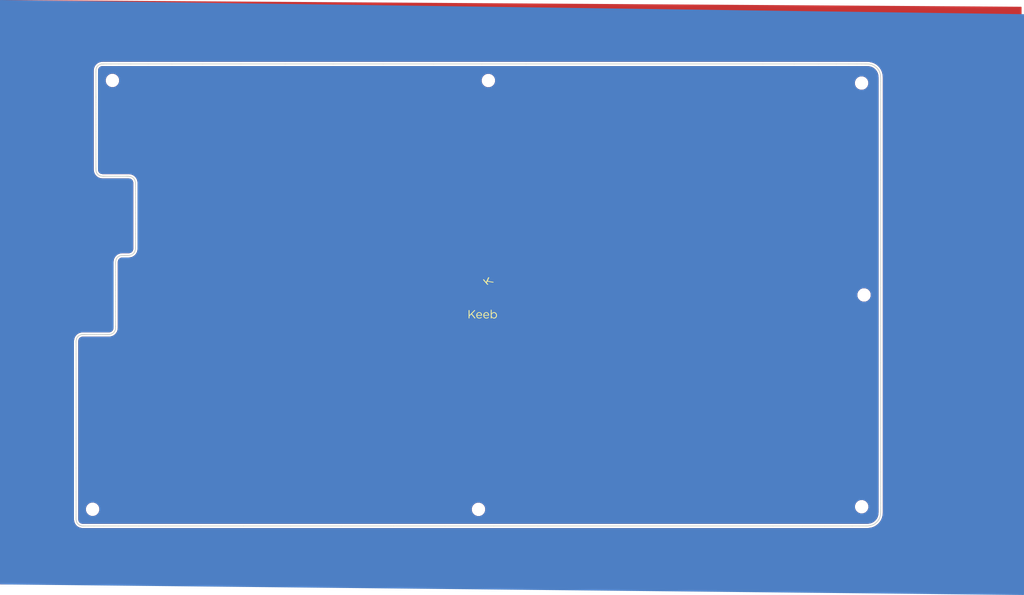
<source format=kicad_pcb>
(kicad_pcb (version 20171130) (host pcbnew "(6.0.0-rc1-dev-1292-gca2390e4f)")
  (layers (0 F.Cu signal) (31 B.Cu signal) (34 B.Paste user) (35 F.Paste user) (36 B.SilkS user) (37 F.SilkS user) (38 B.Mask user) (39 F.Mask user) (44 Edge.Cuts user))
  (net 0 "")
  (module Mounting_Holes:MountingHole_2.2mm_M2 (layer B.Cu) (at 213.006026 21.970229 180)
    (fp_text reference REF** hide)
    (fp_text value MountingHole_2.2mm_M2 hide)
    (pad 1 np_thru_hole circle (at 0 0 180) (size 2.2 2.2) (drill 2.2) (layers *.Cu *.Mask))
  )
  (module Mounting_Holes:MountingHole_2.2mm_M2 (layer B.Cu) (at 213.596026 72.990229 180)
    (fp_text reference REF** hide)
    (fp_text value MountingHole_2.2mm_M2 hide)
    (pad 1 np_thru_hole circle (at 0 0 180) (size 2.2 2.2) (drill 2.2) (layers *.Cu *.Mask))
  )
  (module Mounting_Holes:MountingHole_2.2mm_M2 (layer B.Cu) (at 213.026026 123.980229 180)
    (fp_text reference REF** hide)
    (fp_text value MountingHole_2.2mm_M2 hide)
    (pad 1 np_thru_hole circle (at 0 0 180) (size 2.2 2.2) (drill 2.2) (layers *.Cu *.Mask))
  )
  (module Mounting_Holes:MountingHole_2.2mm_M2 (layer B.Cu) (at 120.763526 124.610229 180)
    (fp_text reference REF** hide)
    (fp_text value MountingHole_2.2mm_M2 hide)
    (pad 1 np_thru_hole circle (at 0 0 180) (size 2.2 2.2) (drill 2.2) (layers *.Cu *.Mask))
  )
  (module Mounting_Holes:MountingHole_2.2mm_M2 (layer B.Cu) (at 27.851026 124.590229 180)
    (fp_text reference REF** hide)
    (fp_text value MountingHole_2.2mm_M2 hide)
    (pad 1 np_thru_hole circle (at 0 0 180) (size 2.2 2.2) (drill 2.2) (layers *.Cu *.Mask))
  )
  (module Mounting_Holes:MountingHole_2.2mm_M2 (layer B.Cu) (at 32.621026 21.340229 180)
    (fp_text reference REF** hide)
    (fp_text value MountingHole_2.2mm_M2 hide)
    (pad 1 np_thru_hole circle (at 0 0 180) (size 2.2 2.2) (drill 2.2) (layers *.Cu *.Mask))
  )
  (module Mounting_Holes:MountingHole_2.2mm_M2 (layer B.Cu) (at 123.143526 21.360229 180)
    (fp_text reference REF** hide)
    (fp_text value MountingHole_2.2mm_M2 hide)
    (pad 1 np_thru_hole circle (at 0 0 180) (size 2.2 2.2) (drill 2.2) (layers *.Cu *.Mask))
  )
  (module Keebio-Art:Keebio-TwoTone (layer F.Cu) (at 123.143526 72.990229)
    (fp_text reference G*** hide)
    (fp_text value LOGO hide)
  )
  (gr_line (start 35.416768 63.460229) (end 35.4448 63.460229) (layer Edge.Cuts) (width 0.2))
  (gr_line (start 28.74446 18.384702) (end 28.794534 18.264415) (layer Edge.Cuts) (width 0.2))
  (gr_line (start 28.794534 18.264415) (end 28.85695 18.147292) (layer Edge.Cuts) (width 0.2))
  (gr_line (start 28.85695 18.147292) (end 28.930748 18.034594) (layer Edge.Cuts) (width 0.2))
  (gr_line (start 28.930748 18.034594) (end 29.014754 17.927496) (layer Edge.Cuts) (width 0.2))
  (gr_line (start 33.396033 78.001896) (end 33.396033 77.002611) (layer Edge.Cuts) (width 0.2))
  (gr_line (start 33.396033 77.002611) (end 33.396033 75.839483) (layer Edge.Cuts) (width 0.2))
  (gr_line (start 33.396033 75.839483) (end 33.396033 74.564039) (layer Edge.Cuts) (width 0.2))
  (gr_line (start 29.014754 17.927496) (end 29.107792 17.827172) (layer Edge.Cuts) (width 0.2))
  (gr_line (start 214.894887 128.553264) (end 214.66843 128.5819) (layer Edge.Cuts) (width 0.2))
  (gr_line (start 215.131312 128.509874) (end 214.894887 128.553264) (layer Edge.Cuts) (width 0.2))
  (gr_line (start 33.396033 74.564039) (end 33.396033 73.227808) (layer Edge.Cuts) (width 0.2))
  (gr_line (start 29.107792 17.827172) (end 29.208687 17.734798) (layer Edge.Cuts) (width 0.2))
  (gr_line (start 33.396033 73.227808) (end 33.396033 71.882318) (layer Edge.Cuts) (width 0.2))
  (gr_line (start 33.396033 71.882318) (end 33.396033 70.579097) (layer Edge.Cuts) (width 0.2))
  (gr_line (start 29.208687 17.734798) (end 29.316265 17.651547) (layer Edge.Cuts) (width 0.2))
  (gr_line (start 33.396033 70.579097) (end 33.396033 69.369674) (layer Edge.Cuts) (width 0.2))
  (gr_line (start 33.396033 69.369674) (end 33.396033 68.305576) (layer Edge.Cuts) (width 0.2))
  (gr_line (start 38.151827 45.970147) (end 38.142541 45.862872) (layer Edge.Cuts) (width 0.2))
  (gr_line (start 38.142541 45.862872) (end 38.127172 45.748717) (layer Edge.Cuts) (width 0.2))
  (gr_line (start 29.316265 17.651547) (end 29.429351 17.578596) (layer Edge.Cuts) (width 0.2))
  (gr_line (start 33.396033 68.305576) (end 33.396033 67.434863) (layer Edge.Cuts) (width 0.2))
  (gr_line (start 33.396033 67.434863) (end 33.396033 66.761192) (layer Edge.Cuts) (width 0.2))
  (gr_line (start 28.633275 25.372033) (end 28.633275 25.360427) (layer Edge.Cuts) (width 0.2))
  (gr_line (start 33.396033 66.761192) (end 33.396033 66.257522) (layer Edge.Cuts) (width 0.2))
  (gr_line (start 33.396033 66.257522) (end 33.396033 65.896197) (layer Edge.Cuts) (width 0.2))
  (gr_line (start 33.396033 65.896197) (end 33.396033 65.649562) (layer Edge.Cuts) (width 0.2))
  (gr_line (start 33.396033 65.649562) (end 33.396033 65.489963) (layer Edge.Cuts) (width 0.2))
  (gr_line (start 33.396033 65.489963) (end 33.396033 65.389743) (layer Edge.Cuts) (width 0.2))
  (gr_line (start 33.396033 65.389743) (end 33.396033 65.321249) (layer Edge.Cuts) (width 0.2))
  (gr_line (start 33.396033 65.321249) (end 33.396039 65.256936) (layer Edge.Cuts) (width 0.2))
  (gr_line (start 29.429351 17.578596) (end 29.54677 17.517119) (layer Edge.Cuts) (width 0.2))
  (gr_line (start 33.396039 65.256936) (end 33.396571 65.179299) (layer Edge.Cuts) (width 0.2))
  (gr_line (start 33.396571 65.179299) (end 33.399066 65.088737) (layer Edge.Cuts) (width 0.2))
  (gr_line (start 33.399066 65.088737) (end 33.405059 64.987498) (layer Edge.Cuts) (width 0.2))
  (gr_line (start 29.54677 17.517119) (end 29.667233 17.468004) (layer Edge.Cuts) (width 0.2))
  (gr_line (start 28.657789 18.743977) (end 28.677618 18.626731) (layer Edge.Cuts) (width 0.2))
  (gr_line (start 33.405059 64.987498) (end 33.416081 64.877832) (layer Edge.Cuts) (width 0.2))
  (gr_line (start 33.416081 64.877832) (end 33.433666 64.761988) (layer Edge.Cuts) (width 0.2))
  (gr_line (start 33.433666 64.761988) (end 33.459347 64.642213) (layer Edge.Cuts) (width 0.2))
  (gr_line (start 33.459347 64.642213) (end 33.494656 64.520758) (layer Edge.Cuts) (width 0.2))
  (gr_line (start 33.494656 64.520758) (end 33.541127 64.399871) (layer Edge.Cuts) (width 0.2))
  (gr_line (start 29.667233 17.468004) (end 29.788756 17.430384) (layer Edge.Cuts) (width 0.2))
  (gr_line (start 33.541127 64.399871) (end 33.599938 64.281661) (layer Edge.Cuts) (width 0.2))
  (gr_line (start 33.599938 64.281661) (end 33.670479 64.167527) (layer Edge.Cuts) (width 0.2))
  (gr_line (start 33.670479 64.167527) (end 33.751577 64.058644) (layer Edge.Cuts) (width 0.2))
  (gr_line (start 33.751577 64.058644) (end 33.842056 63.956186) (layer Edge.Cuts) (width 0.2))
  (gr_line (start 214.456438 128.598847) (end 214.26341 128.607172) (layer Edge.Cuts) (width 0.2))
  (gr_line (start 214.66843 128.5819) (end 214.456438 128.598847) (layer Edge.Cuts) (width 0.2))
  (gr_line (start 33.842056 63.956186) (end 33.940742 63.861329) (layer Edge.Cuts) (width 0.2))
  (gr_line (start 33.940742 63.861329) (end 34.046458 63.775247) (layer Edge.Cuts) (width 0.2))
  (gr_line (start 34.046458 63.775247) (end 34.158032 63.699116) (layer Edge.Cuts) (width 0.2))
  (gr_line (start 29.788756 17.430384) (end 29.90909 17.402728) (layer Edge.Cuts) (width 0.2))
  (gr_line (start 34.158032 63.699116) (end 34.274287 63.63411) (layer Edge.Cuts) (width 0.2))
  (gr_line (start 29.90909 17.402728) (end 30.025987 17.383503) (layer Edge.Cuts) (width 0.2))
  (gr_line (start 34.274287 63.63411) (end 34.394017 63.581323) (layer Edge.Cuts) (width 0.2))
  (gr_line (start 34.394017 63.581323) (end 34.51546 63.54045) (layer Edge.Cuts) (width 0.2))
  (gr_line (start 30.025987 17.383503) (end 30.137197 17.371176) (layer Edge.Cuts) (width 0.2))
  (gr_line (start 34.51546 63.54045) (end 34.636382 63.509996) (layer Edge.Cuts) (width 0.2))
  (gr_line (start 34.636382 63.509996) (end 34.754534 63.488428) (layer Edge.Cuts) (width 0.2))
  (gr_line (start 35.4448 63.460229) (end 35.476851 63.460229) (layer Edge.Cuts) (width 0.2))
  (gr_line (start 28.633275 21.252998) (end 28.633275 20.785891) (layer Edge.Cuts) (width 0.2))
  (gr_line (start 34.754534 63.488428) (end 34.867666 63.474214) (layer Edge.Cuts) (width 0.2))
  (gr_line (start 30.137197 17.371176) (end 30.240471 17.364214) (layer Edge.Cuts) (width 0.2))
  (gr_line (start 28.633275 20.785891) (end 28.633275 20.38282) (layer Edge.Cuts) (width 0.2))
  (gr_line (start 34.867666 63.474214) (end 34.973531 63.465819) (layer Edge.Cuts) (width 0.2))
  (gr_line (start 34.973531 63.465819) (end 35.069879 63.461712) (layer Edge.Cuts) (width 0.2))
  (gr_line (start 35.069879 63.461712) (end 35.154462 63.460359) (layer Edge.Cuts) (width 0.2))
  (gr_line (start 35.154462 63.460359) (end 35.225037 63.460229) (layer Edge.Cuts) (width 0.2))
  (gr_line (start 35.225037 63.460229) (end 35.280914 63.460229) (layer Edge.Cuts) (width 0.2))
  (gr_line (start 35.280914 63.460229) (end 35.324829 63.460229) (layer Edge.Cuts) (width 0.2))
  (gr_line (start 28.633275 20.38282) (end 28.633275 20.059837) (layer Edge.Cuts) (width 0.2))
  (gr_line (start 214.093843 128.609941) (end 213.951963 128.610215) (layer Edge.Cuts) (width 0.2))
  (gr_line (start 214.26341 128.607172) (end 214.093843 128.609941) (layer Edge.Cuts) (width 0.2))
  (gr_line (start 30.240471 17.364214) (end 30.333561 17.361085) (layer Edge.Cuts) (width 0.2))
  (gr_line (start 28.633275 20.059837) (end 28.633275 19.811313) (layer Edge.Cuts) (width 0.2))
  (gr_line (start 37.7417 44.937443) (end 37.645453 44.840084) (layer Edge.Cuts) (width 0.2))
  (gr_line (start 28.633275 19.811313) (end 28.633275 19.625086) (layer Edge.Cuts) (width 0.2))
  (gr_line (start 34.650212 44.410229) (end 34.198938 44.410229) (layer Edge.Cuts) (width 0.2))
  (gr_line (start 34.198938 44.410229) (end 33.716479 44.410229) (layer Edge.Cuts) (width 0.2))
  (gr_line (start 64.119557 128.610215) (end 53.946379 128.610215) (layer Edge.Cuts) (width 0.2))
  (gr_line (start 75.563233 128.610215) (end 64.119557 128.610215) (layer Edge.Cuts) (width 0.2))
  (gr_line (start 33.716479 44.410229) (end 33.221753 44.410229) (layer Edge.Cuts) (width 0.2))
  (gr_line (start 33.221753 44.410229) (end 32.733678 44.410229) (layer Edge.Cuts) (width 0.2))
  (gr_line (start 30.333561 17.361085) (end 30.414217 17.360254) (layer Edge.Cuts) (width 0.2))
  (gr_line (start 215.855447 128.260606) (end 215.616073 128.366569) (layer Edge.Cuts) (width 0.2))
  (gr_line (start 216.087829 128.130228) (end 215.855447 128.260606) (layer Edge.Cuts) (width 0.2))
  (gr_line (start 28.633275 19.625086) (end 28.633275 19.488996) (layer Edge.Cuts) (width 0.2))
  (gr_line (start 30.414217 17.360254) (end 30.485105 17.360222) (layer Edge.Cuts) (width 0.2))
  (gr_line (start 32.733678 44.410229) (end 32.271171 44.410229) (layer Edge.Cuts) (width 0.2))
  (gr_line (start 37.645453 44.840084) (end 37.541808 44.751134) (layer Edge.Cuts) (width 0.2))
  (gr_line (start 32.271171 44.410229) (end 31.853149 44.410229) (layer Edge.Cuts) (width 0.2))
  (gr_line (start 31.853149 44.410229) (end 31.498505 44.410229) (layer Edge.Cuts) (width 0.2))
  (gr_line (start 31.498505 44.410229) (end 31.218113 44.410229) (layer Edge.Cuts) (width 0.2))
  (gr_line (start 31.218113 44.410229) (end 31.003489 44.410229) (layer Edge.Cuts) (width 0.2))
  (gr_line (start 45.511028 128.610215) (end 38.94939 128.610215) (layer Edge.Cuts) (width 0.2))
  (gr_line (start 53.946379 128.610215) (end 45.511028 128.610215) (layer Edge.Cuts) (width 0.2))
  (gr_line (start 217.608251 125.014604) (end 217.607225 125.169438) (layer Edge.Cuts) (width 0.2))
  (gr_line (start 217.60826 124.877975) (end 217.608251 125.014604) (layer Edge.Cuts) (width 0.2))
  (gr_line (start 31.003489 44.410229) (end 30.843284 44.410229) (layer Edge.Cuts) (width 0.2))
  (gr_line (start 38.158512 61.386023) (end 38.158512 61.200913) (layer Edge.Cuts) (width 0.2))
  (gr_line (start 30.843284 44.410229) (end 30.726148 44.410229) (layer Edge.Cuts) (width 0.2))
  (gr_line (start 30.485105 17.360222) (end 30.661897 17.360222) (layer Edge.Cuts) (width 0.2))
  (gr_line (start 30.726148 44.410229) (end 30.640731 44.410229) (layer Edge.Cuts) (width 0.2))
  (gr_line (start 34.037746 128.610215) (end 30.534345 128.610215) (layer Edge.Cuts) (width 0.2))
  (gr_line (start 38.94939 128.610215) (end 34.037746 128.610215) (layer Edge.Cuts) (width 0.2))
  (gr_line (start 30.661897 17.360222) (end 31.173278 17.360222) (layer Edge.Cuts) (width 0.2))
  (gr_line (start 30.640731 44.410229) (end 30.575684 44.410229) (layer Edge.Cuts) (width 0.2))
  (gr_line (start 24.200408 127.978409) (end 24.122483 127.867759) (layer Edge.Cuts) (width 0.2))
  (gr_line (start 24.288082 128.083001) (end 24.200408 127.978409) (layer Edge.Cuts) (width 0.2))
  (gr_line (start 28.19744 128.610215) (end 26.785282 128.610215) (layer Edge.Cuts) (width 0.2))
  (gr_line (start 30.534345 128.610215) (end 28.19744 128.610215) (layer Edge.Cuts) (width 0.2))
  (gr_line (start 217.60826 124.639802) (end 217.60826 124.877975) (layer Edge.Cuts) (width 0.2))
  (gr_line (start 217.60826 124.120125) (end 217.60826 124.639802) (layer Edge.Cuts) (width 0.2))
  (gr_line (start 30.575684 44.410229) (end 30.519658 44.410229) (layer Edge.Cuts) (width 0.2))
  (gr_line (start 30.519658 44.410229) (end 30.461302 44.410229) (layer Edge.Cuts) (width 0.2))
  (gr_line (start 28.633275 25.360427) (end 28.633275 25.359746) (layer Edge.Cuts) (width 0.2))
  (gr_line (start 30.461302 44.410229) (end 30.390484 44.410092) (layer Edge.Cuts) (width 0.2))
  (gr_line (start 26.056122 128.610215) (end 25.768212 128.610215) (layer Edge.Cuts) (width 0.2))
  (gr_line (start 26.785282 128.610215) (end 26.056122 128.610215) (layer Edge.Cuts) (width 0.2))
  (gr_line (start 217.60826 123.13841) (end 217.60826 124.120125) (layer Edge.Cuts) (width 0.2))
  (gr_line (start 217.60826 121.514122) (end 217.60826 123.13841) (layer Edge.Cuts) (width 0.2))
  (gr_line (start 28.677618 18.626731) (end 28.705997 18.506223) (layer Edge.Cuts) (width 0.2))
  (gr_line (start 30.390484 44.410092) (end 30.3057 44.408708) (layer Edge.Cuts) (width 0.2))
  (gr_line (start 35.359979 63.460229) (end 35.38956 63.460229) (layer Edge.Cuts) (width 0.2))
  (gr_line (start 30.3057 44.408708) (end 30.209186 44.404546) (layer Edge.Cuts) (width 0.2))
  (gr_line (start 112.720084 128.610215) (end 100.343212 128.610215) (layer Edge.Cuts) (width 0.2))
  (gr_line (start 124.44859 128.610215) (end 112.720084 128.610215) (layer Edge.Cuts) (width 0.2))
  (gr_line (start 35.38956 63.460229) (end 35.416768 63.460229) (layer Edge.Cuts) (width 0.2))
  (gr_line (start 30.209186 44.404546) (end 30.10319 44.396072) (layer Edge.Cuts) (width 0.2))
  (gr_line (start 25.679855 128.610214) (end 25.604666 128.609866) (layer Edge.Cuts) (width 0.2))
  (gr_line (start 25.768212 128.610215) (end 25.679855 128.610214) (layer Edge.Cuts) (width 0.2))
  (gr_line (start 30.10319 44.396072) (end 29.989962 44.381754) (layer Edge.Cuts) (width 0.2))
  (gr_line (start 29.989962 44.381754) (end 29.871749 44.360059) (layer Edge.Cuts) (width 0.2))
  (gr_line (start 29.871749 44.360059) (end 29.750802 44.329454) (layer Edge.Cuts) (width 0.2))
  (gr_line (start 87.797689 128.610215) (end 75.563233 128.610215) (layer Edge.Cuts) (width 0.2))
  (gr_line (start 100.343212 128.610215) (end 87.797689 128.610215) (layer Edge.Cuts) (width 0.2))
  (gr_line (start 29.750802 44.329454) (end 29.629369 44.288406) (layer Edge.Cuts) (width 0.2))
  (gr_line (start 217.60826 97.666711) (end 217.60826 104.985212) (layer Edge.Cuts) (width 0.2))
  (gr_line (start 217.60826 89.356732) (end 217.60826 97.666711) (layer Edge.Cuts) (width 0.2))
  (gr_line (start 23.957732 127.511687) (end 23.925596 127.390515) (layer Edge.Cuts) (width 0.2))
  (gr_line (start 24.00055 127.632993) (end 23.957732 127.511687) (layer Edge.Cuts) (width 0.2))
  (gr_line (start 31.173278 17.360222) (end 32.252843 17.360222) (layer Edge.Cuts) (width 0.2))
  (gr_line (start 23.87127 126.792252) (end 23.87127 126.721063) (layer Edge.Cuts) (width 0.2))
  (gr_line (start 23.871503 126.865389) (end 23.87127 126.792252) (layer Edge.Cuts) (width 0.2))
  (gr_line (start 23.87322 126.952154) (end 23.871503 126.865389) (layer Edge.Cuts) (width 0.2))
  (gr_line (start 217.319714 126.727185) (end 217.202476 126.963714) (layer Edge.Cuts) (width 0.2))
  (gr_line (start 217.412282 126.485359) (end 217.319714 126.727185) (layer Edge.Cuts) (width 0.2))
  (gr_line (start 217.60826 22.382027) (end 217.60826 23.733823) (layer Edge.Cuts) (width 0.2))
  (gr_line (start 217.60826 21.602283) (end 217.60826 22.382027) (layer Edge.Cuts) (width 0.2))
  (gr_line (start 28.670575 43.106625) (end 28.653104 42.99086) (layer Edge.Cuts) (width 0.2))
  (gr_line (start 35.643743 44.410229) (end 35.38406 44.410229) (layer Edge.Cuts) (width 0.2))
  (gr_line (start 29.629369 44.288406) (end 29.509682 44.235425) (layer Edge.Cuts) (width 0.2))
  (gr_line (start 28.633275 19.488996) (end 28.633275 19.390879) (layer Edge.Cuts) (width 0.2))
  (gr_line (start 37.050914 17.360222) (end 41.236614 17.360222) (layer Edge.Cuts) (width 0.2))
  (gr_line (start 34.13419 17.360222) (end 37.050914 17.360222) (layer Edge.Cuts) (width 0.2))
  (gr_line (start 213.773831 128.610215) (end 213.337991 128.610215) (layer Edge.Cuts) (width 0.2))
  (gr_line (start 213.951963 128.610215) (end 213.773831 128.610215) (layer Edge.Cuts) (width 0.2))
  (gr_line (start 217.60826 25.838207) (end 217.60826 28.875714) (layer Edge.Cuts) (width 0.2))
  (gr_line (start 217.60826 23.733823) (end 217.60826 25.838207) (layer Edge.Cuts) (width 0.2))
  (gr_line (start 28.633275 37.960963) (end 28.633275 36.58871) (layer Edge.Cuts) (width 0.2))
  (gr_line (start 38.156562 46.06829) (end 38.151827 45.970147) (layer Edge.Cuts) (width 0.2))
  (gr_line (start 37.541808 44.751134) (end 37.431938 44.671767) (layer Edge.Cuts) (width 0.2))
  (gr_line (start 37.431938 44.671767) (end 37.31702 44.603158) (layer Edge.Cuts) (width 0.2))
  (gr_line (start 23.87127 126.323324) (end 23.87127 125.84885) (layer Edge.Cuts) (width 0.2))
  (gr_line (start 23.87127 126.589408) (end 23.87127 126.323324) (layer Edge.Cuts) (width 0.2))
  (gr_line (start 23.87127 126.721063) (end 23.87127 126.589408) (layer Edge.Cuts) (width 0.2))
  (gr_line (start 216.719175 127.61521) (end 216.522042 127.80518) (layer Edge.Cuts) (width 0.2))
  (gr_line (start 216.899858 127.410076) (end 216.719175 127.61521) (layer Edge.Cuts) (width 0.2))
  (gr_line (start 25.074022 128.551958) (end 24.952696 128.518413) (layer Edge.Cuts) (width 0.2))
  (gr_line (start 25.193281 128.576138) (end 25.074022 128.551958) (layer Edge.Cuts) (width 0.2))
  (gr_line (start 37.31702 44.603158) (end 37.198231 44.546475) (layer Edge.Cuts) (width 0.2))
  (gr_line (start 35.476851 63.460229) (end 35.516118 63.460229) (layer Edge.Cuts) (width 0.2))
  (gr_line (start 28.653104 42.99086) (end 28.642172 42.881308) (layer Edge.Cuts) (width 0.2))
  (gr_line (start 28.633275 36.58871) (end 28.633275 35.111106) (layer Edge.Cuts) (width 0.2))
  (gr_line (start 37.198231 44.546475) (end 37.077086 44.502032) (layer Edge.Cuts) (width 0.2))
  (gr_line (start 36.243004 63.460229) (end 36.290492 63.460229) (layer Edge.Cuts) (width 0.2))
  (gr_line (start 216.643998 18.279086) (end 216.831386 18.478576) (layer Edge.Cuts) (width 0.2))
  (gr_line (start 216.441078 18.095678) (end 216.643998 18.279086) (layer Edge.Cuts) (width 0.2))
  (gr_line (start 25.516166 128.607817) (end 25.416602 128.602535) (layer Edge.Cuts) (width 0.2))
  (gr_line (start 25.604666 128.609866) (end 25.516166 128.607817) (layer Edge.Cuts) (width 0.2))
  (gr_line (start 28.633275 25.359746) (end 28.633275 25.352452) (layer Edge.Cuts) (width 0.2))
  (gr_line (start 37.743139 62.931434) (end 37.83067 62.826739) (layer Edge.Cuts) (width 0.2))
  (gr_line (start 37.829374 45.042035) (end 37.7417 44.937443) (layer Edge.Cuts) (width 0.2))
  (gr_line (start 36.290492 63.460229) (end 36.350988 63.460229) (layer Edge.Cuts) (width 0.2))
  (gr_line (start 23.87127 123.978884) (end 23.87127 122.435468) (layer Edge.Cuts) (width 0.2))
  (gr_line (start 23.87127 125.092024) (end 23.87127 123.978884) (layer Edge.Cuts) (width 0.2))
  (gr_line (start 23.87127 125.84885) (end 23.87127 125.092024) (layer Edge.Cuts) (width 0.2))
  (gr_line (start 28.633275 25.352452) (end 28.633275 25.328146) (layer Edge.Cuts) (width 0.2))
  (gr_line (start 35.516118 63.460229) (end 35.565216 63.460229) (layer Edge.Cuts) (width 0.2))
  (gr_line (start 46.924885 17.360222) (end 54.349001 17.360222) (layer Edge.Cuts) (width 0.2))
  (gr_line (start 41.236614 17.360222) (end 46.924885 17.360222) (layer Edge.Cuts) (width 0.2))
  (gr_line (start 36.350988 63.460229) (end 36.426402 63.459866) (layer Edge.Cuts) (width 0.2))
  (gr_line (start 28.705997 18.506223) (end 28.74446 18.384702) (layer Edge.Cuts) (width 0.2))
  (gr_line (start 35.565216 63.460229) (end 35.623019 63.460229) (layer Edge.Cuts) (width 0.2))
  (gr_line (start 28.696117 43.226355) (end 28.670575 43.106625) (layer Edge.Cuts) (width 0.2))
  (gr_line (start 37.83067 62.826739) (end 37.908433 62.716003) (layer Edge.Cuts) (width 0.2))
  (gr_line (start 28.633275 25.328146) (end 28.633275 25.276556) (layer Edge.Cuts) (width 0.2))
  (gr_line (start 23.90261 127.271727) (end 23.887241 127.157572) (layer Edge.Cuts) (width 0.2))
  (gr_line (start 23.925596 127.390515) (end 23.90261 127.271727) (layer Edge.Cuts) (width 0.2))
  (gr_line (start 28.633275 25.276556) (end 28.633275 25.187412) (layer Edge.Cuts) (width 0.2))
  (gr_line (start 35.623019 63.460229) (end 35.686919 63.460229) (layer Edge.Cuts) (width 0.2))
  (gr_line (start 212.400804 128.610215) (end 210.718628 128.610215) (layer Edge.Cuts) (width 0.2))
  (gr_line (start 213.337991 128.610215) (end 212.400804 128.610215) (layer Edge.Cuts) (width 0.2))
  (gr_line (start 217.482576 126.242467) (end 217.412282 126.485359) (layer Edge.Cuts) (width 0.2))
  (gr_line (start 217.53366 126.003006) (end 217.482576 126.242467) (layer Edge.Cuts) (width 0.2))
  (gr_line (start 63.571136 17.360222) (end 74.201608 17.360222) (layer Edge.Cuts) (width 0.2))
  (gr_line (start 54.349001 17.360222) (end 63.571136 17.360222) (layer Edge.Cuts) (width 0.2))
  (gr_line (start 217.000893 18.691798) (end 217.150169 18.916404) (layer Edge.Cuts) (width 0.2))
  (gr_line (start 216.831386 18.478576) (end 217.000893 18.691798) (layer Edge.Cuts) (width 0.2))
  (gr_line (start 29.509682 44.235425) (end 29.393491 44.170236) (layer Edge.Cuts) (width 0.2))
  (gr_line (start 38.158512 61.502678) (end 38.158512 61.386023) (layer Edge.Cuts) (width 0.2))
  (gr_line (start 28.633275 19.390879) (end 28.633275 19.318573) (layer Edge.Cuts) (width 0.2))
  (gr_line (start 36.426402 63.459866) (end 36.515093 63.457778) (layer Edge.Cuts) (width 0.2))
  (gr_line (start 85.777005 17.360222) (end 97.833915 17.360222) (layer Edge.Cuts) (width 0.2))
  (gr_line (start 74.201608 17.360222) (end 85.777005 17.360222) (layer Edge.Cuts) (width 0.2))
  (gr_line (start 37.077086 44.502032) (end 36.95576 44.468487) (layer Edge.Cuts) (width 0.2))
  (gr_line (start 37.908433 62.716003) (end 37.975255 62.600402) (layer Edge.Cuts) (width 0.2))
  (gr_line (start 28.633275 19.318573) (end 28.633275 19.259916) (layer Edge.Cuts) (width 0.2))
  (gr_line (start 36.95576 44.468487) (end 36.836501 44.444306) (layer Edge.Cuts) (width 0.2))
  (gr_line (start 36.515093 63.457778) (end 36.614812 63.452433) (layer Edge.Cuts) (width 0.2))
  (gr_line (start 37.975255 62.600402) (end 38.029991 62.481122) (layer Edge.Cuts) (width 0.2))
  (gr_line (start 35.324829 63.460229) (end 35.359979 63.460229) (layer Edge.Cuts) (width 0.2))
  (gr_line (start 38.029991 62.481122) (end 38.07263 62.359801) (layer Edge.Cuts) (width 0.2))
  (gr_line (start 217.60826 33.026879) (end 217.60826 38.472239) (layer Edge.Cuts) (width 0.2))
  (gr_line (start 217.60826 28.875714) (end 217.60826 33.026879) (layer Edge.Cuts) (width 0.2))
  (gr_line (start 33.396033 80.51003) (end 33.396033 80.499443) (layer Edge.Cuts) (width 0.2))
  (gr_line (start 33.396033 80.510312) (end 33.396033 80.51003) (layer Edge.Cuts) (width 0.2))
  (gr_line (start 33.396033 80.511621) (end 33.396033 80.510312) (layer Edge.Cuts) (width 0.2))
  (gr_line (start 33.396033 80.516032) (end 33.396033 80.511621) (layer Edge.Cuts) (width 0.2))
  (gr_line (start 33.396033 80.525437) (end 33.396033 80.516032) (layer Edge.Cuts) (width 0.2))
  (gr_line (start 33.396033 80.541725) (end 33.396033 80.525437) (layer Edge.Cuts) (width 0.2))
  (gr_line (start 33.396033 80.566788) (end 33.396033 80.541725) (layer Edge.Cuts) (width 0.2))
  (gr_line (start 33.396033 80.602518) (end 33.396033 80.566788) (layer Edge.Cuts) (width 0.2))
  (gr_line (start 33.396033 80.650804) (end 33.396033 80.602518) (layer Edge.Cuts) (width 0.2))
  (gr_line (start 33.396028 80.713523) (end 33.396033 80.650804) (layer Edge.Cuts) (width 0.2))
  (gr_line (start 33.395496 80.791159) (end 33.396028 80.713523) (layer Edge.Cuts) (width 0.2))
  (gr_line (start 33.393 80.881722) (end 33.395496 80.791159) (layer Edge.Cuts) (width 0.2))
  (gr_line (start 33.387008 80.98296) (end 33.393 80.881722) (layer Edge.Cuts) (width 0.2))
  (gr_line (start 33.375985 81.092626) (end 33.387008 80.98296) (layer Edge.Cuts) (width 0.2))
  (gr_line (start 33.3584 81.208471) (end 33.375985 81.092626) (layer Edge.Cuts) (width 0.2))
  (gr_line (start 33.33272 81.328246) (end 33.3584 81.208471) (layer Edge.Cuts) (width 0.2))
  (gr_line (start 33.297411 81.449701) (end 33.33272 81.328246) (layer Edge.Cuts) (width 0.2))
  (gr_line (start 33.25094 81.570588) (end 33.297411 81.449701) (layer Edge.Cuts) (width 0.2))
  (gr_line (start 33.192129 81.688798) (end 33.25094 81.570588) (layer Edge.Cuts) (width 0.2))
  (gr_line (start 33.121587 81.802932) (end 33.192129 81.688798) (layer Edge.Cuts) (width 0.2))
  (gr_line (start 33.04049 81.911815) (end 33.121587 81.802932) (layer Edge.Cuts) (width 0.2))
  (gr_line (start 32.950011 82.014273) (end 33.04049 81.911815) (layer Edge.Cuts) (width 0.2))
  (gr_line (start 32.851325 82.10913) (end 32.950011 82.014273) (layer Edge.Cuts) (width 0.2))
  (gr_line (start 32.745608 82.195211) (end 32.851325 82.10913) (layer Edge.Cuts) (width 0.2))
  (gr_line (start 32.634035 82.271343) (end 32.745608 82.195211) (layer Edge.Cuts) (width 0.2))
  (gr_line (start 32.51778 82.336349) (end 32.634035 82.271343) (layer Edge.Cuts) (width 0.2))
  (gr_line (start 32.39805 82.389136) (end 32.51778 82.336349) (layer Edge.Cuts) (width 0.2))
  (gr_line (start 32.276607 82.430009) (end 32.39805 82.389136) (layer Edge.Cuts) (width 0.2))
  (gr_line (start 32.155685 82.460462) (end 32.276607 82.430009) (layer Edge.Cuts) (width 0.2))
  (gr_line (start 32.037533 82.48203) (end 32.155685 82.460462) (layer Edge.Cuts) (width 0.2))
  (gr_line (start 31.9244 82.496245) (end 32.037533 82.48203) (layer Edge.Cuts) (width 0.2))
  (gr_line (start 31.818535 82.50464) (end 31.9244 82.496245) (layer Edge.Cuts) (width 0.2))
  (gr_line (start 31.722187 82.508747) (end 31.818535 82.50464) (layer Edge.Cuts) (width 0.2))
  (gr_line (start 31.637605 82.5101) (end 31.722187 82.508747) (layer Edge.Cuts) (width 0.2))
  (gr_line (start 31.567019 82.510229) (end 31.637605 82.5101) (layer Edge.Cuts) (width 0.2))
  (gr_line (start 35.686919 63.460229) (end 35.754308 63.460229) (layer Edge.Cuts) (width 0.2))
  (gr_line (start 215.373206 128.448664) (end 215.131312 128.509874) (layer Edge.Cuts) (width 0.2))
  (gr_line (start 215.616073 128.366569) (end 215.373206 128.448664) (layer Edge.Cuts) (width 0.2))
  (gr_line (start 28.633275 19.259916) (end 28.633275 19.202745) (layer Edge.Cuts) (width 0.2))
  (gr_line (start 28.642172 42.881308) (end 28.636246 42.780219) (layer Edge.Cuts) (width 0.2))
  (gr_line (start 28.636246 42.780219) (end 28.633793 42.689841) (layer Edge.Cuts) (width 0.2))
  (gr_line (start 23.87127 117.772986) (end 23.87127 114.653819) (layer Edge.Cuts) (width 0.2))
  (gr_line (start 23.87127 120.387815) (end 23.87127 117.772986) (layer Edge.Cuts) (width 0.2))
  (gr_line (start 23.87127 122.435468) (end 23.87127 120.387815) (layer Edge.Cuts) (width 0.2))
  (gr_line (start 23.87127 107.475183) (end 23.87127 103.703998) (layer Edge.Cuts) (width 0.2))
  (gr_line (start 23.87127 111.173171) (end 23.87127 107.475183) (layer Edge.Cuts) (width 0.2))
  (gr_line (start 23.87127 114.653819) (end 23.87127 111.173171) (layer Edge.Cuts) (width 0.2))
  (gr_line (start 35.754308 63.460229) (end 35.822573 63.460229) (layer Edge.Cuts) (width 0.2))
  (gr_line (start 30.8074 82.510229) (end 31.022946 82.510229) (layer Edge.Cuts) (width 0.2))
  (gr_line (start 30.525915 82.510229) (end 30.8074 82.510229) (layer Edge.Cuts) (width 0.2))
  (gr_line (start 30.170171 82.510229) (end 30.525915 82.510229) (layer Edge.Cuts) (width 0.2))
  (gr_line (start 29.751344 82.510229) (end 30.170171 82.510229) (layer Edge.Cuts) (width 0.2))
  (gr_line (start 29.288332 82.510229) (end 29.751344 82.510229) (layer Edge.Cuts) (width 0.2))
  (gr_line (start 28.80005 82.510229) (end 29.288332 82.510229) (layer Edge.Cuts) (width 0.2))
  (gr_line (start 28.305413 82.510229) (end 28.80005 82.510229) (layer Edge.Cuts) (width 0.2))
  (gr_line (start 38.158512 61.200913) (end 38.158512 60.919694) (layer Edge.Cuts) (width 0.2))
  (gr_line (start 35.822573 63.460229) (end 35.889105 63.460229) (layer Edge.Cuts) (width 0.2))
  (gr_line (start 29.393491 44.170236) (end 29.282 44.09394) (layer Edge.Cuts) (width 0.2))
  (gr_line (start 28.633275 35.111106) (end 28.633275 33.586529) (layer Edge.Cuts) (width 0.2))
  (gr_line (start 38.07263 62.359801) (end 38.104611 62.23865) (layer Edge.Cuts) (width 0.2))
  (gr_line (start 29.282 44.09394) (end 29.176384 44.007712) (layer Edge.Cuts) (width 0.2))
  (gr_line (start 32.252843 17.360222) (end 34.13419 17.360222) (layer Edge.Cuts) (width 0.2))
  (gr_line (start 28.633275 19.202745) (end 28.633324 19.135363) (layer Edge.Cuts) (width 0.2))
  (gr_line (start 28.633275 33.586529) (end 28.633275 32.073352) (layer Edge.Cuts) (width 0.2))
  (gr_line (start 28.633793 42.689841) (end 28.63328 42.612424) (layer Edge.Cuts) (width 0.2))
  (gr_line (start 28.633275 25.187412) (end 28.633275 25.050441) (layer Edge.Cuts) (width 0.2))
  (gr_line (start 38.158512 60.51471) (end 38.158512 59.958307) (layer Edge.Cuts) (width 0.2))
  (gr_line (start 23.87127 96.518606) (end 23.87127 93.392682) (layer Edge.Cuts) (width 0.2))
  (gr_line (start 23.87127 100.003759) (end 23.87127 96.518606) (layer Edge.Cuts) (width 0.2))
  (gr_line (start 23.87127 103.703998) (end 23.87127 100.003759) (layer Edge.Cuts) (width 0.2))
  (gr_line (start 28.633275 25.050441) (end 28.633275 24.855373) (layer Edge.Cuts) (width 0.2))
  (gr_line (start 35.889105 63.460229) (end 35.951293 63.460229) (layer Edge.Cuts) (width 0.2))
  (gr_line (start 37.647017 63.028915) (end 37.743139 62.931434) (layer Edge.Cuts) (width 0.2))
  (gr_line (start 109.908927 17.360222) (end 121.53863 17.360222) (layer Edge.Cuts) (width 0.2))
  (gr_line (start 97.833915 17.360222) (end 109.908927 17.360222) (layer Edge.Cuts) (width 0.2))
  (gr_line (start 27.823337 82.510229) (end 28.305413 82.510229) (layer Edge.Cuts) (width 0.2))
  (gr_line (start 27.372738 82.510229) (end 27.823337 82.510229) (layer Edge.Cuts) (width 0.2))
  (gr_line (start 26.972532 82.510229) (end 27.372738 82.510229) (layer Edge.Cuts) (width 0.2))
  (gr_line (start 26.641061 82.510229) (end 26.972532 82.510229) (layer Edge.Cuts) (width 0.2))
  (gr_line (start 38.104611 62.23865) (end 38.127466 62.119917) (layer Edge.Cuts) (width 0.2))
  (gr_line (start 217.276864 19.150042) (end 217.378943 19.39024) (layer Edge.Cuts) (width 0.2))
  (gr_line (start 217.150169 18.916404) (end 217.276864 19.150042) (layer Edge.Cuts) (width 0.2))
  (gr_line (start 23.87127 88.7129) (end 23.87127 87.162174) (layer Edge.Cuts) (width 0.2))
  (gr_line (start 23.87127 90.769019) (end 23.87127 88.7129) (layer Edge.Cuts) (width 0.2))
  (gr_line (start 23.87127 93.392682) (end 23.87127 90.769019) (layer Edge.Cuts) (width 0.2))
  (gr_line (start 28.633275 32.073352) (end 28.633275 30.629954) (layer Edge.Cuts) (width 0.2))
  (gr_line (start 28.63328 42.612424) (end 28.633275 42.548017) (layer Edge.Cuts) (width 0.2))
  (gr_line (start 23.87127 85.281055) (end 23.87127 84.802738) (layer Edge.Cuts) (width 0.2))
  (gr_line (start 23.87127 86.04288) (end 23.87127 85.281055) (layer Edge.Cuts) (width 0.2))
  (gr_line (start 23.87127 87.162174) (end 23.87127 86.04288) (layer Edge.Cuts) (width 0.2))
  (gr_line (start 29.176384 44.007712) (end 29.077818 43.912727) (layer Edge.Cuts) (width 0.2))
  (gr_line (start 38.158512 59.222829) (end 38.158512 58.28491) (layer Edge.Cuts) (width 0.2))
  (gr_line (start 38.158512 58.28491) (end 38.158512 57.167447) (layer Edge.Cuts) (width 0.2))
  (gr_line (start 38.127466 62.119917) (end 38.142729 62.005851) (layer Edge.Cuts) (width 0.2))
  (gr_line (start 217.457573 19.633251) (end 217.515796 19.874587) (layer Edge.Cuts) (width 0.2))
  (gr_line (start 217.378943 19.39024) (end 217.457573 19.633251) (layer Edge.Cuts) (width 0.2))
  (gr_line (start 36.836501 44.444306) (end 36.721558 44.427958) (layer Edge.Cuts) (width 0.2))
  (gr_line (start 35.951293 63.460229) (end 36.006526 63.460229) (layer Edge.Cuts) (width 0.2))
  (gr_line (start 28.633275 30.629954) (end 28.633275 29.314708) (layer Edge.Cuts) (width 0.2))
  (gr_line (start 36.721558 44.427958) (end 36.61318 44.41791) (layer Edge.Cuts) (width 0.2))
  (gr_line (start 29.077818 43.912727) (end 28.987476 43.81016) (layer Edge.Cuts) (width 0.2))
  (gr_line (start 38.158512 57.167447) (end 38.158512 55.921567) (layer Edge.Cuts) (width 0.2))
  (gr_line (start 132.259612 17.360222) (end 189.233461 17.360222) (layer Edge.Cuts) (width 0.2))
  (gr_line (start 121.53863 17.360222) (end 132.259612 17.360222) (layer Edge.Cuts) (width 0.2))
  (gr_line (start 28.633275 24.855373) (end 28.633275 24.591935) (layer Edge.Cuts) (width 0.2))
  (gr_line (start 23.87127 84.40078) (end 23.87127 84.329215) (layer Edge.Cuts) (width 0.2))
  (gr_line (start 23.87127 84.533967) (end 23.87127 84.40078) (layer Edge.Cuts) (width 0.2))
  (gr_line (start 23.87127 84.802738) (end 23.87127 84.533967) (layer Edge.Cuts) (width 0.2))
  (gr_line (start 24.831551 128.47397) (end 24.712762 128.417286) (layer Edge.Cuts) (width 0.2))
  (gr_line (start 24.952696 128.518413) (end 24.831551 128.47397) (layer Edge.Cuts) (width 0.2))
  (gr_line (start 38.127172 45.748717) (end 38.104186 45.629929) (layer Edge.Cuts) (width 0.2))
  (gr_line (start 196.80231 17.360222) (end 202.619438 17.360222) (layer Edge.Cuts) (width 0.2))
  (gr_line (start 189.233461 17.360222) (end 196.80231 17.360222) (layer Edge.Cuts) (width 0.2))
  (gr_line (start 38.158512 55.921567) (end 38.158512 54.598797) (layer Edge.Cuts) (width 0.2))
  (gr_line (start 36.61318 44.41791) (end 36.513616 44.412627) (layer Edge.Cuts) (width 0.2))
  (gr_line (start 38.158512 60.919694) (end 38.158512 60.51471) (layer Edge.Cuts) (width 0.2))
  (gr_line (start 28.633275 42.548017) (end 28.633275 42.476489) (layer Edge.Cuts) (width 0.2))
  (gr_line (start 35.051386 44.410229) (end 34.650212 44.410229) (layer Edge.Cuts) (width 0.2))
  (gr_line (start 24.597844 128.348677) (end 24.487974 128.26931) (layer Edge.Cuts) (width 0.2))
  (gr_line (start 24.712762 128.417286) (end 24.597844 128.348677) (layer Edge.Cuts) (width 0.2))
  (gr_line (start 38.158512 54.598797) (end 38.158512 53.250665) (layer Edge.Cuts) (width 0.2))
  (gr_line (start 28.633324 19.135363) (end 28.634279 19.053654) (layer Edge.Cuts) (width 0.2))
  (gr_line (start 206.919113 17.360222) (end 209.936823 17.360222) (layer Edge.Cuts) (width 0.2))
  (gr_line (start 202.619438 17.360222) (end 206.919113 17.360222) (layer Edge.Cuts) (width 0.2))
  (gr_line (start 28.633275 42.476489) (end 28.633275 42.366865) (layer Edge.Cuts) (width 0.2))
  (gr_line (start 36.513616 44.412627) (end 36.425116 44.410578) (layer Edge.Cuts) (width 0.2))
  (gr_line (start 36.006526 63.460229) (end 36.052303 63.460229) (layer Edge.Cuts) (width 0.2))
  (gr_line (start 28.987476 43.81016) (end 28.906535 43.701186) (layer Edge.Cuts) (width 0.2))
  (gr_line (start 23.873174 84.169739) (end 23.87785 84.071756) (layer Edge.Cuts) (width 0.2))
  (gr_line (start 23.871491 84.256308) (end 23.873174 84.169739) (layer Edge.Cuts) (width 0.2))
  (gr_line (start 23.87127 84.329215) (end 23.871491 84.256308) (layer Edge.Cuts) (width 0.2))
  (gr_line (start 211.908055 17.360222) (end 213.068296 17.360222) (layer Edge.Cuts) (width 0.2))
  (gr_line (start 209.936823 17.360222) (end 211.908055 17.360222) (layer Edge.Cuts) (width 0.2))
  (gr_line (start 217.60826 62.013002) (end 217.60826 71.17637) (layer Edge.Cuts) (width 0.2))
  (gr_line (start 217.60826 53.272186) (end 217.60826 62.013002) (layer Edge.Cuts) (width 0.2))
  (gr_line (start 28.634279 19.053654) (end 28.637653 18.959688) (layer Edge.Cuts) (width 0.2))
  (gr_line (start 28.637653 18.959688) (end 28.644979 18.855713) (layer Edge.Cuts) (width 0.2))
  (gr_line (start 28.633275 42.366865) (end 28.633275 42.188067) (layer Edge.Cuts) (width 0.2))
  (gr_line (start 217.556678 20.109751) (end 217.583286 20.334245) (layer Edge.Cuts) (width 0.2))
  (gr_line (start 217.515796 19.874587) (end 217.556678 20.109751) (layer Edge.Cuts) (width 0.2))
  (gr_line (start 28.633275 29.314708) (end 28.633275 28.185991) (layer Edge.Cuts) (width 0.2))
  (gr_line (start 36.425116 44.410578) (end 36.349927 44.41023) (layer Edge.Cuts) (width 0.2))
  (gr_line (start 36.614812 63.452433) (end 36.723309 63.442297) (layer Edge.Cuts) (width 0.2))
  (gr_line (start 36.052303 63.460229) (end 36.08885 63.460229) (layer Edge.Cuts) (width 0.2))
  (gr_line (start 38.158512 53.250665) (end 38.158512 51.9287) (layer Edge.Cuts) (width 0.2))
  (gr_line (start 28.633275 28.185991) (end 28.633275 27.286891) (layer Edge.Cuts) (width 0.2))
  (gr_line (start 23.902316 83.850542) (end 23.925171 83.731809) (layer Edge.Cuts) (width 0.2))
  (gr_line (start 23.887053 83.964607) (end 23.902316 83.850542) (layer Edge.Cuts) (width 0.2))
  (gr_line (start 23.87785 84.071756) (end 23.887053 83.964607) (layer Edge.Cuts) (width 0.2))
  (gr_line (start 28.633275 27.286891) (end 28.633275 26.602139) (layer Edge.Cuts) (width 0.2))
  (gr_line (start 38.142729 62.005851) (end 38.151932 61.898703) (layer Edge.Cuts) (width 0.2))
  (gr_line (start 38.151932 61.898703) (end 38.156608 61.800719) (layer Edge.Cuts) (width 0.2))
  (gr_line (start 38.158512 51.9287) (end 38.158512 50.684429) (layer Edge.Cuts) (width 0.2))
  (gr_line (start 24.055481 127.752225) (end 24.00055 127.632993) (layer Edge.Cuts) (width 0.2))
  (gr_line (start 24.122483 127.867759) (end 24.055481 127.752225) (layer Edge.Cuts) (width 0.2))
  (gr_line (start 35.38406 44.410229) (end 35.051386 44.410229) (layer Edge.Cuts) (width 0.2))
  (gr_line (start 38.158512 50.684429) (end 38.158512 49.569382) (layer Edge.Cuts) (width 0.2))
  (gr_line (start 38.104186 45.629929) (end 38.07205 45.508757) (layer Edge.Cuts) (width 0.2))
  (gr_line (start 25.308224 128.592486) (end 25.193281 128.576138) (layer Edge.Cuts) (width 0.2))
  (gr_line (start 25.416602 128.602535) (end 25.308224 128.592486) (layer Edge.Cuts) (width 0.2))
  (gr_line (start 38.156608 61.800719) (end 38.158291 61.71415) (layer Edge.Cuts) (width 0.2))
  (gr_line (start 28.633275 26.602139) (end 28.633275 26.102548) (layer Edge.Cuts) (width 0.2))
  (gr_line (start 217.602318 125.350193) (end 217.590466 125.552372) (layer Edge.Cuts) (width 0.2))
  (gr_line (start 217.607225 125.169438) (end 217.602318 125.350193) (layer Edge.Cuts) (width 0.2))
  (gr_line (start 38.07205 45.508757) (end 38.029232 45.387451) (layer Edge.Cuts) (width 0.2))
  (gr_line (start 28.633275 42.188067) (end 28.633275 41.909016) (layer Edge.Cuts) (width 0.2))
  (gr_line (start 213.653035 17.360222) (end 213.897759 17.360222) (layer Edge.Cuts) (width 0.2))
  (gr_line (start 213.068296 17.360222) (end 213.653035 17.360222) (layer Edge.Cuts) (width 0.2))
  (gr_line (start 36.349927 44.41023) (end 36.288698 44.410229) (layer Edge.Cuts) (width 0.2))
  (gr_line (start 28.633275 24.591935) (end 28.633275 24.249992) (layer Edge.Cuts) (width 0.2))
  (gr_line (start 28.633275 24.249992) (end 28.633275 23.83007) (layer Edge.Cuts) (width 0.2))
  (gr_line (start 38.158512 49.569382) (end 38.158512 48.63462) (layer Edge.Cuts) (width 0.2))
  (gr_line (start 36.723309 63.442297) (end 36.838337 63.425839) (layer Edge.Cuts) (width 0.2))
  (gr_line (start 31.508787 82.510229) (end 31.567019 82.510229) (layer Edge.Cuts) (width 0.2))
  (gr_line (start 31.452708 82.510229) (end 31.508787 82.510229) (layer Edge.Cuts) (width 0.2))
  (gr_line (start 31.387433 82.510229) (end 31.452708 82.510229) (layer Edge.Cuts) (width 0.2))
  (gr_line (start 38.158291 61.71415) (end 38.158512 61.641244) (layer Edge.Cuts) (width 0.2))
  (gr_line (start 28.906535 43.701186) (end 28.836167 43.586979) (layer Edge.Cuts) (width 0.2))
  (gr_line (start 38.158512 48.63462) (end 38.158512 47.902153) (layer Edge.Cuts) (width 0.2))
  (gr_line (start 28.633275 26.102548) (end 28.633275 25.758929) (layer Edge.Cuts) (width 0.2))
  (gr_line (start 36.288698 44.410229) (end 36.233165 44.410229) (layer Edge.Cuts) (width 0.2))
  (gr_line (start 28.633275 21.763597) (end 28.633275 21.252998) (layer Edge.Cuts) (width 0.2))
  (gr_line (start 23.999791 83.489336) (end 24.054527 83.370057) (layer Edge.Cuts) (width 0.2))
  (gr_line (start 23.957152 83.610658) (end 23.999791 83.489336) (layer Edge.Cuts) (width 0.2))
  (gr_line (start 23.925171 83.731809) (end 23.957152 83.610658) (layer Edge.Cuts) (width 0.2))
  (gr_line (start 28.633275 25.758929) (end 28.633275 25.542096) (layer Edge.Cuts) (width 0.2))
  (gr_line (start 36.233165 44.410229) (end 36.17198 44.410229) (layer Edge.Cuts) (width 0.2))
  (gr_line (start 36.08885 63.460229) (end 36.11923 63.460229) (layer Edge.Cuts) (width 0.2))
  (gr_line (start 208.047825 128.610215) (end 204.144755 128.610215) (layer Edge.Cuts) (width 0.2))
  (gr_line (start 210.718628 128.610215) (end 208.047825 128.610215) (layer Edge.Cuts) (width 0.2))
  (gr_line (start 24.199112 83.14372) (end 24.286643 83.039025) (layer Edge.Cuts) (width 0.2))
  (gr_line (start 24.121349 83.254456) (end 24.199112 83.14372) (layer Edge.Cuts) (width 0.2))
  (gr_line (start 24.054527 83.370057) (end 24.121349 83.254456) (layer Edge.Cuts) (width 0.2))
  (gr_line (start 217.60826 45.30743) (end 217.60826 53.272186) (layer Edge.Cuts) (width 0.2))
  (gr_line (start 217.60826 38.472239) (end 217.60826 45.30743) (layer Edge.Cuts) (width 0.2))
  (gr_line (start 36.838337 63.425839) (end 36.957645 63.401524) (layer Edge.Cuts) (width 0.2))
  (gr_line (start 36.17198 44.410229) (end 36.093796 44.410229) (layer Edge.Cuts) (width 0.2))
  (gr_line (start 28.633275 22.297147) (end 28.633275 21.763597) (layer Edge.Cuts) (width 0.2))
  (gr_line (start 36.11923 63.460229) (end 36.146639 63.460229) (layer Edge.Cuts) (width 0.2))
  (gr_line (start 23.877955 127.050298) (end 23.87322 126.952154) (layer Edge.Cuts) (width 0.2))
  (gr_line (start 23.887241 127.157572) (end 23.877955 127.050298) (layer Edge.Cuts) (width 0.2))
  (gr_line (start 38.158512 47.902153) (end 38.158512 47.348328) (layer Edge.Cuts) (width 0.2))
  (gr_line (start 214.034952 17.360261) (end 214.194133 17.361691) (layer Edge.Cuts) (width 0.2))
  (gr_line (start 213.897759 17.360222) (end 214.034952 17.360261) (layer Edge.Cuts) (width 0.2))
  (gr_line (start 36.146639 63.460229) (end 36.174274 63.460229) (layer Edge.Cuts) (width 0.2))
  (gr_line (start 28.633275 39.16949) (end 28.633275 37.960963) (layer Edge.Cuts) (width 0.2))
  (gr_line (start 36.957645 63.401524) (end 37.078986 63.36782) (layer Edge.Cuts) (width 0.2))
  (gr_line (start 37.078986 63.36782) (end 37.20011 63.323195) (layer Edge.Cuts) (width 0.2))
  (gr_line (start 33.396033 78.798691) (end 33.396033 78.001896) (layer Edge.Cuts) (width 0.2))
  (gr_line (start 33.396033 79.405878) (end 33.396033 78.798691) (layer Edge.Cuts) (width 0.2))
  (gr_line (start 33.396033 79.849222) (end 33.396033 79.405878) (layer Edge.Cuts) (width 0.2))
  (gr_line (start 33.396033 80.154486) (end 33.396033 79.849222) (layer Edge.Cuts) (width 0.2))
  (gr_line (start 33.396033 80.347435) (end 33.396033 80.154486) (layer Edge.Cuts) (width 0.2))
  (gr_line (start 33.396033 80.453833) (end 33.396033 80.347435) (layer Edge.Cuts) (width 0.2))
  (gr_line (start 33.396033 80.499443) (end 33.396033 80.453833) (layer Edge.Cuts) (width 0.2))
  (gr_line (start 24.486304 82.852453) (end 24.596085 82.772928) (layer Edge.Cuts) (width 0.2))
  (gr_line (start 24.382765 82.941544) (end 24.486304 82.852453) (layer Edge.Cuts) (width 0.2))
  (gr_line (start 24.286643 83.039025) (end 24.382765 82.941544) (layer Edge.Cuts) (width 0.2))
  (gr_line (start 24.384329 128.18036) (end 24.288082 128.083001) (layer Edge.Cuts) (width 0.2))
  (gr_line (start 24.487974 128.26931) (end 24.384329 128.18036) (layer Edge.Cuts) (width 0.2))
  (gr_line (start 24.829672 82.647264) (end 24.950796 82.602638) (layer Edge.Cuts) (width 0.2))
  (gr_line (start 24.710934 82.704141) (end 24.829672 82.647264) (layer Edge.Cuts) (width 0.2))
  (gr_line (start 24.596085 82.772928) (end 24.710934 82.704141) (layer Edge.Cuts) (width 0.2))
  (gr_line (start 28.633275 23.83007) (end 28.633275 23.350926) (layer Edge.Cuts) (width 0.2))
  (gr_line (start 37.20011 63.323195) (end 37.318849 63.266318) (layer Edge.Cuts) (width 0.2))
  (gr_line (start 217.568602 125.771475) (end 217.53366 126.003006) (layer Edge.Cuts) (width 0.2))
  (gr_line (start 217.590466 125.552372) (end 217.568602 125.771475) (layer Edge.Cuts) (width 0.2))
  (gr_line (start 37.318849 63.266318) (end 37.433697 63.197531) (layer Edge.Cuts) (width 0.2))
  (gr_line (start 214.378531 17.367481) (end 214.583651 17.380695) (layer Edge.Cuts) (width 0.2))
  (gr_line (start 214.194133 17.361691) (end 214.378531 17.367481) (layer Edge.Cuts) (width 0.2))
  (gr_line (start 217.598684 20.54357) (end 217.605939 20.733228) (layer Edge.Cuts) (width 0.2))
  (gr_line (start 217.583286 20.334245) (end 217.598684 20.54357) (layer Edge.Cuts) (width 0.2))
  (gr_line (start 28.633275 41.909016) (end 28.633275 41.498633) (layer Edge.Cuts) (width 0.2))
  (gr_line (start 217.608116 20.898723) (end 217.60826 21.036809) (layer Edge.Cuts) (width 0.2))
  (gr_line (start 217.605939 20.733228) (end 217.608116 20.898723) (layer Edge.Cuts) (width 0.2))
  (gr_line (start 38.029232 45.387451) (end 37.974301 45.268219) (layer Edge.Cuts) (width 0.2))
  (gr_line (start 38.158512 61.641244) (end 38.158512 61.578533) (layer Edge.Cuts) (width 0.2))
  (gr_line (start 217.061741 127.192127) (end 216.899858 127.410076) (layer Edge.Cuts) (width 0.2))
  (gr_line (start 217.202476 126.963714) (end 217.061741 127.192127) (layer Edge.Cuts) (width 0.2))
  (gr_line (start 25.191445 82.54462) (end 25.306473 82.528161) (layer Edge.Cuts) (width 0.2))
  (gr_line (start 25.072137 82.568935) (end 25.191445 82.54462) (layer Edge.Cuts) (width 0.2))
  (gr_line (start 24.950796 82.602638) (end 25.072137 82.568935) (layer Edge.Cuts) (width 0.2))
  (gr_line (start 37.433697 63.197531) (end 37.543478 63.118005) (layer Edge.Cuts) (width 0.2))
  (gr_line (start 28.644979 18.855713) (end 28.657789 18.743977) (layer Edge.Cuts) (width 0.2))
  (gr_line (start 217.60826 119.066724) (end 217.60826 121.514122) (layer Edge.Cuts) (width 0.2))
  (gr_line (start 217.60826 115.615681) (end 217.60826 119.066724) (layer Edge.Cuts) (width 0.2))
  (gr_line (start 36.093796 44.410229) (end 35.987261 44.410229) (layer Edge.Cuts) (width 0.2))
  (gr_line (start 36.174274 63.460229) (end 36.20533 63.460229) (layer Edge.Cuts) (width 0.2))
  (gr_line (start 214.804993 17.404401) (end 215.038059 17.441662) (layer Edge.Cuts) (width 0.2))
  (gr_line (start 214.583651 17.380695) (end 214.804993 17.404401) (layer Edge.Cuts) (width 0.2))
  (gr_line (start 38.158512 47.348328) (end 38.158512 46.945491) (layer Edge.Cuts) (width 0.2))
  (gr_line (start 28.633275 23.350926) (end 28.633275 22.833104) (layer Edge.Cuts) (width 0.2))
  (gr_line (start 216.31081 127.977636) (end 216.087829 128.130228) (layer Edge.Cuts) (width 0.2))
  (gr_line (start 216.522042 127.80518) (end 216.31081 127.977636) (layer Edge.Cuts) (width 0.2))
  (gr_line (start 38.158512 46.945491) (end 38.158512 46.665986) (layer Edge.Cuts) (width 0.2))
  (gr_line (start 38.158512 46.665986) (end 38.158512 46.482159) (layer Edge.Cuts) (width 0.2))
  (gr_line (start 198.765779 128.610215) (end 191.667256 128.610215) (layer Edge.Cuts) (width 0.2))
  (gr_line (start 204.144755 128.610215) (end 198.765779 128.610215) (layer Edge.Cuts) (width 0.2))
  (gr_line (start 37.543478 63.118005) (end 37.647017 63.028915) (layer Edge.Cuts) (width 0.2))
  (gr_line (start 38.158512 46.482159) (end 38.158512 46.366354) (layer Edge.Cuts) (width 0.2))
  (gr_line (start 25.514689 82.512681) (end 25.60338 82.510593) (layer Edge.Cuts) (width 0.2))
  (gr_line (start 25.414971 82.518026) (end 25.514689 82.512681) (layer Edge.Cuts) (width 0.2))
  (gr_line (start 25.306473 82.528161) (end 25.414971 82.518026) (layer Edge.Cuts) (width 0.2))
  (gr_line (start 217.60826 21.214055) (end 217.60826 21.602283) (layer Edge.Cuts) (width 0.2))
  (gr_line (start 217.60826 21.036809) (end 217.60826 21.214055) (layer Edge.Cuts) (width 0.2))
  (gr_line (start 28.633275 41.498633) (end 28.633275 40.925839) (layer Edge.Cuts) (width 0.2))
  (gr_line (start 28.633275 25.542096) (end 28.633275 25.42286) (layer Edge.Cuts) (width 0.2))
  (gr_line (start 38.158512 59.958307) (end 38.158512 59.222829) (layer Edge.Cuts) (width 0.2))
  (gr_line (start 215.278352 17.495546) (end 215.521375 17.569118) (layer Edge.Cuts) (width 0.2))
  (gr_line (start 215.038059 17.441662) (end 215.278352 17.495546) (layer Edge.Cuts) (width 0.2))
  (gr_line (start 38.158512 46.366354) (end 38.158512 46.290917) (layer Edge.Cuts) (width 0.2))
  (gr_line (start 28.633275 22.833104) (end 28.633275 22.297147) (layer Edge.Cuts) (width 0.2))
  (gr_line (start 215.762628 17.665444) (end 215.998044 17.786507) (layer Edge.Cuts) (width 0.2))
  (gr_line (start 215.521375 17.569118) (end 215.762628 17.665444) (layer Edge.Cuts) (width 0.2))
  (gr_line (start 217.60826 110.980457) (end 217.60826 115.615681) (layer Edge.Cuts) (width 0.2))
  (gr_line (start 217.60826 104.985212) (end 217.60826 110.980457) (layer Edge.Cuts) (width 0.2))
  (gr_line (start 31.301614 82.510229) (end 31.387433 82.510229) (layer Edge.Cuts) (width 0.2))
  (gr_line (start 31.183901 82.510229) (end 31.301614 82.510229) (layer Edge.Cuts) (width 0.2))
  (gr_line (start 31.022946 82.510229) (end 31.183901 82.510229) (layer Edge.Cuts) (width 0.2))
  (gr_line (start 37.974301 45.268219) (end 37.907299 45.152685) (layer Edge.Cuts) (width 0.2))
  (gr_line (start 35.987261 44.410229) (end 35.841026 44.410229) (layer Edge.Cuts) (width 0.2))
  (gr_line (start 28.633275 40.925839) (end 28.633275 40.159556) (layer Edge.Cuts) (width 0.2))
  (gr_line (start 28.633275 40.159556) (end 28.633275 39.16949) (layer Edge.Cuts) (width 0.2))
  (gr_line (start 38.158512 61.578533) (end 38.158512 61.502678) (layer Edge.Cuts) (width 0.2))
  (gr_line (start 38.158512 46.290917) (end 38.158512 46.228192) (layer Edge.Cuts) (width 0.2))
  (gr_line (start 38.158512 46.228192) (end 38.15828 46.155055) (layer Edge.Cuts) (width 0.2))
  (gr_line (start 25.740201 82.510229) (end 25.795735 82.510229) (layer Edge.Cuts) (width 0.2))
  (gr_line (start 25.678794 82.51023) (end 25.740201 82.510229) (layer Edge.Cuts) (width 0.2))
  (gr_line (start 25.60338 82.510593) (end 25.678794 82.51023) (layer Edge.Cuts) (width 0.2))
  (gr_line (start 25.934568 82.510229) (end 26.040565 82.510229) (layer Edge.Cuts) (width 0.2))
  (gr_line (start 25.856741 82.510229) (end 25.934568 82.510229) (layer Edge.Cuts) (width 0.2))
  (gr_line (start 25.795735 82.510229) (end 25.856741 82.510229) (layer Edge.Cuts) (width 0.2))
  (gr_line (start 28.633275 25.42286) (end 28.633275 25.372033) (layer Edge.Cuts) (width 0.2))
  (gr_line (start 216.224977 17.930701) (end 216.441078 18.095678) (layer Edge.Cuts) (width 0.2))
  (gr_line (start 215.998044 17.786507) (end 216.224977 17.930701) (layer Edge.Cuts) (width 0.2))
  (gr_line (start 217.60826 80.408783) (end 217.60826 89.356732) (layer Edge.Cuts) (width 0.2))
  (gr_line (start 217.60826 71.17637) (end 217.60826 80.408783) (layer Edge.Cuts) (width 0.2))
  (gr_line (start 37.907299 45.152685) (end 37.829374 45.042035) (layer Edge.Cuts) (width 0.2))
  (gr_line (start 36.20533 63.460229) (end 36.243004 63.460229) (layer Edge.Cuts) (width 0.2))
  (gr_line (start 135.049016 128.610215) (end 124.44859 128.610215) (layer Edge.Cuts) (width 0.2))
  (gr_line (start 191.667256 128.610215) (end 135.049016 128.610215) (layer Edge.Cuts) (width 0.2))
  (gr_line (start 28.836167 43.586979) (end 28.777548 43.468715) (layer Edge.Cuts) (width 0.2))
  (gr_line (start 26.382463 82.510229) (end 26.641061 82.510229) (layer Edge.Cuts) (width 0.2))
  (gr_line (start 26.18608 82.510229) (end 26.382463 82.510229) (layer Edge.Cuts) (width 0.2))
  (gr_line (start 26.040565 82.510229) (end 26.18608 82.510229) (layer Edge.Cuts) (width 0.2))
  (gr_line (start 28.777548 43.468715) (end 28.731264 43.347802) (layer Edge.Cuts) (width 0.2))
  (gr_line (start 28.731264 43.347802) (end 28.696117 43.226355) (layer Edge.Cuts) (width 0.2))
  (gr_line (start 38.15828 46.155055) (end 38.156562 46.06829) (layer Edge.Cuts) (width 0.2))
  (gr_line (start 35.841026 44.410229) (end 35.643743 44.410229) (layer Edge.Cuts) (width 0.2))
  (zone (net 0) (net_name "") (layer B.Cu) (connect_pads (clearance 0.508)) (min_thickness 0.254) (fill yes (arc_segments 16) (thermal_gap 0.508) (thermal_bridge_width 0.508))
    (polygon (pts (xy 5.55 1.97) (xy 5.55 142.68) (xy 252.115479 145.227221) (xy 252.115479 5.387221)))
  )
  (zone (net 0) (net_name "") (layer F.Cu) (connect_pads (clearance 0.508)) (min_thickness 0.254) (fill yes (arc_segments 16) (thermal_gap 0.508) (thermal_bridge_width 0.508))
    (polygon (pts (xy 5.55 1.97) (xy 5.55 142.68) (xy 251.520165 143.441279) (xy 251.520165 3.601279)))
  )
)
</source>
